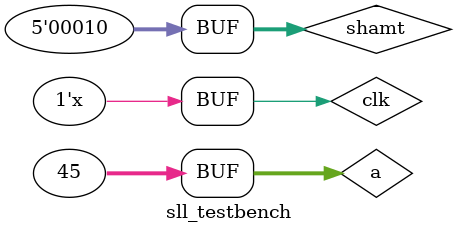
<source format=sv>
`timescale 1ns / 1ps;

module sll_testbench();
    logic clk;

    logic [31:0] a, y;
    logic [4:0] shamt;

    sll instantiated_sll(a, shamt, y);

    initial begin
        $dumpfile("dump.vcd");
        $dumpvars;
        clk = 0;
        a = 'b101101; shamt = 'b00000; #2;
        a = 'b101101; shamt = 'b00001; #2;
        a = 'b101101; shamt = 'b00010; #2;
    end

    // loop clock
    always begin
        clk = ~clk; #1;
    end
endmodule
</source>
